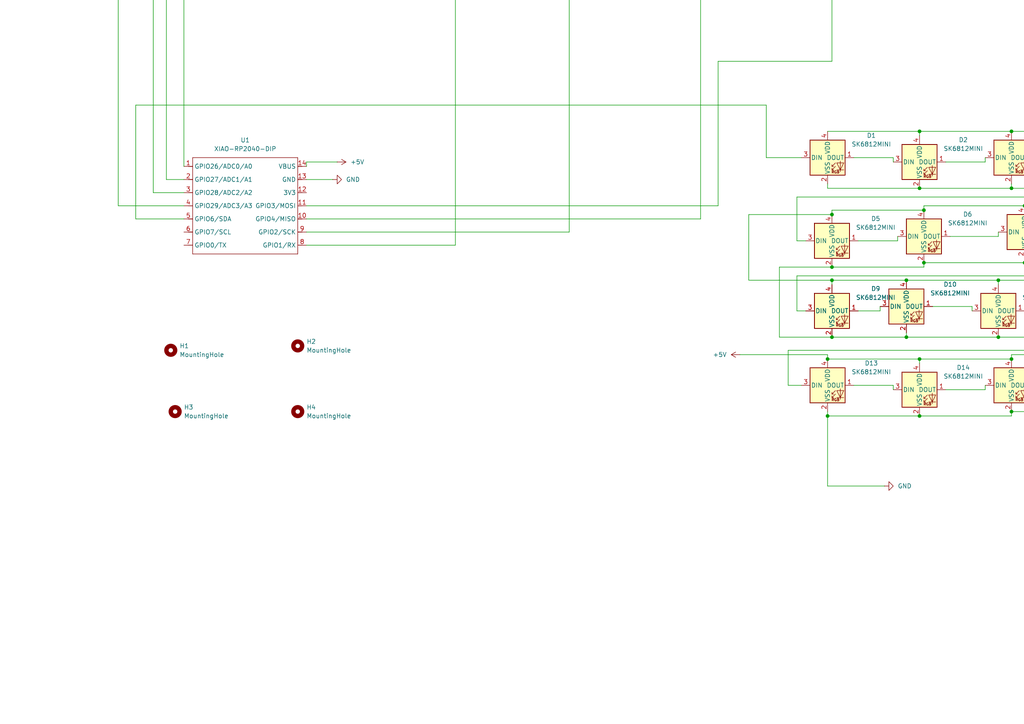
<source format=kicad_sch>
(kicad_sch (version 20250114) (generator "eeschema") (generator_version "9.0")
  (paper "A4")
  (lib_symbols
    (symbol "Diode:1N4148" (pin_numbers (hide yes)) (pin_names (hide yes))
      (property "Reference" "D" (at 0 2.54 0))
      (property "Value" "1N4148" (at 0 -2.54 0))
      (symbol "1N4148_0_1"
        (polyline (pts (xy -1.27 1.27) (xy -1.27 -1.27)) (stroke (width 0.254)))
        (polyline (pts (xy 1.27 1.27) (xy 1.27 -1.27) (xy -1.27 0) (xy 1.27 1.27)) (stroke (width 0.254)))
        (polyline (pts (xy 1.27 0) (xy -1.27 0)))
      )
      (symbol "1N4148_1_1"
        (pin passive line (at -3.81 0 0) (length 2.54) (name "K") (number "1"))
        (pin passive line (at 3.81 0 180) (length 2.54) (name "A") (number "2"))
      )
    )
    (symbol "LED:SK6812MINI" (pin_names (offset 0.254))
      (property "Reference" "D" (at 5.08 5.715 0))
      (property "Value" "SK6812MINI" (at 1.27 -5.715 0))
      (symbol "SK6812MINI_0_0"
        (text "RGB" (at 2.286 -4.191 0) (effects (font (size 0.762 0.762))))
      )
      (symbol "SK6812MINI_0_1"
        (polyline (pts (xy 1.27 -2.54) (xy 1.778 -2.54)))
        (polyline (pts (xy 1.27 -3.556) (xy 1.778 -3.556)))
        (polyline (pts (xy 2.286 -1.524) (xy 1.27 -2.54) (xy 1.27 -2.032)))
        (polyline (pts (xy 2.286 -2.54) (xy 1.27 -3.556) (xy 1.27 -3.048)))
        (polyline (pts (xy 3.683 -1.016) (xy 3.683 -3.556) (xy 3.683 -4.064)))
        (polyline (pts (xy 4.699 -1.524) (xy 2.667 -1.524) (xy 3.683 -3.556) (xy 4.699 -1.524)))
        (polyline (pts (xy 4.699 -3.556) (xy 2.667 -3.556)))
        (rectangle (start 5.08 5.08) (end -5.08 -5.08) (stroke (width 0.254)) (fill (type background)))
      )
      (symbol "SK6812MINI_1_1"
        (pin input line (at -7.62 0 0) (length 2.54) (name "DIN") (number "3"))
        (pin power_in line (at 0 7.62 270) (length 2.54) (name "VDD") (number "4"))
        (pin power_in line (at 0 -7.62 90) (length 2.54) (name "VSS") (number "2"))
        (pin output line (at 7.62 0 180) (length 2.54) (name "DOUT") (number "1"))
      )
    )
    (symbol "Mechanical:MountingHole" (pin_names (offset 1.016)) (in_bom no)
      (property "Reference" "H" (at 0 5.08 0))
      (property "Value" "MountingHole" (at 0 3.175 0))
      (symbol "MountingHole_0_1"
        (circle (center 0 0) (radius 1.27) (stroke (width 1.27)))
      )
    )
    (symbol "Seeed_Studio_XIAO_Series:XIAO-RP2040-DIP"
      (property "Reference" "U" (at 0 0 0))
      (property "Value" "XIAO-RP2040-DIP" (at 5.334 -1.778 0))
      (symbol "XIAO-RP2040-DIP_1_0"
        (polyline (pts (xy -1.27 -2.54) (xy 29.21 -2.54)) (stroke (width 0.1524)))
        (polyline (pts (xy -1.27 -5.08) (xy -2.54 -5.08)) (stroke (width 0.1524)))
        (polyline (pts (xy -1.27 -5.08) (xy -1.27 -2.54)) (stroke (width 0.1524)))
        (polyline (pts (xy -1.27 -8.89) (xy -2.54 -8.89)) (stroke (width 0.1524)))
        (polyline (pts (xy -1.27 -8.89) (xy -1.27 -5.08)) (stroke (width 0.1524)))
        (polyline (pts (xy -1.27 -12.7) (xy -2.54 -12.7)) (stroke (width 0.1524)))
        (polyline (pts (xy -1.27 -12.7) (xy -1.27 -8.89)) (stroke (width 0.1524)))
        (polyline (pts (xy -1.27 -16.51) (xy -2.54 -16.51)) (stroke (width 0.1524)))
        (polyline (pts (xy -1.27 -16.51) (xy -1.27 -12.7)) (stroke (width 0.1524)))
        (polyline (pts (xy -1.27 -20.32) (xy -2.54 -20.32)) (stroke (width 0.1524)))
        (polyline (pts (xy -1.27 -24.13) (xy -2.54 -24.13)) (stroke (width 0.1524)))
        (polyline (pts (xy -1.27 -27.94) (xy -2.54 -27.94)) (stroke (width 0.1524)))
        (polyline (pts (xy -1.27 -30.48) (xy -1.27 -16.51)) (stroke (width 0.1524)))
        (polyline (pts (xy 29.21 -2.54) (xy 29.21 -5.08)) (stroke (width 0.1524)))
        (polyline (pts (xy 29.21 -5.08) (xy 29.21 -8.89)) (stroke (width 0.1524)))
        (polyline (pts (xy 29.21 -8.89) (xy 29.21 -12.7)) (stroke (width 0.1524)))
        (polyline (pts (xy 29.21 -12.7) (xy 29.21 -30.48)) (stroke (width 0.1524)))
        (polyline (pts (xy 29.21 -30.48) (xy -1.27 -30.48)) (stroke (width 0.1524)))
        (polyline (pts (xy 30.48 -5.08) (xy 29.21 -5.08)) (stroke (width 0.1524)))
        (polyline (pts (xy 30.48 -8.89) (xy 29.21 -8.89)) (stroke (width 0.1524)))
        (polyline (pts (xy 30.48 -12.7) (xy 29.21 -12.7)) (stroke (width 0.1524)))
        (polyline (pts (xy 30.48 -16.51) (xy 29.21 -16.51)) (stroke (width 0.1524)))
        (polyline (pts (xy 30.48 -20.32) (xy 29.21 -20.32)) (stroke (width 0.1524)))
        (polyline (pts (xy 30.48 -24.13) (xy 29.21 -24.13)) (stroke (width 0.1524)))
        (polyline (pts (xy 30.48 -27.94) (xy 29.21 -27.94)) (stroke (width 0.1524)))
        (pin passive line (at -3.81 -5.08 0) (length 2.54) (name "GPIO26/ADC0/A0") (number "1"))
        (pin passive line (at -3.81 -8.89 0) (length 2.54) (name "GPIO27/ADC1/A1") (number "2"))
        (pin passive line (at -3.81 -12.7 0) (length 2.54) (name "GPIO28/ADC2/A2") (number "3"))
        (pin passive line (at -3.81 -16.51 0) (length 2.54) (name "GPIO29/ADC3/A3") (number "4"))
        (pin passive line (at -3.81 -20.32 0) (length 2.54) (name "GPIO6/SDA") (number "5"))
        (pin passive line (at -3.81 -24.13 0) (length 2.54) (name "GPIO7/SCL") (number "6"))
        (pin passive line (at -3.81 -27.94 0) (length 2.54) (name "GPIO0/TX") (number "7"))
        (pin passive line (at 31.75 -5.08 180) (length 2.54) (name "VBUS") (number "14"))
        (pin passive line (at 31.75 -8.89 180) (length 2.54) (name "GND") (number "13"))
        (pin passive line (at 31.75 -12.7 180) (length 2.54) (name "3V3") (number "12"))
        (pin passive line (at 31.75 -16.51 180) (length 2.54) (name "GPIO3/MOSI") (number "11"))
        (pin passive line (at 31.75 -20.32 180) (length 2.54) (name "GPIO4/MISO") (number "10"))
        (pin passive line (at 31.75 -24.13 180) (length 2.54) (name "GPIO2/SCK") (number "9"))
        (pin passive line (at 31.75 -27.94 180) (length 2.54) (name "GPIO1/RX") (number "8"))
      )
    )
    (symbol "Switch:SW_Push" (pin_numbers (hide yes)) (pin_names (offset 1.016) (hide yes))
      (property "Reference" "SW" (at 1.27 2.54 0))
      (property "Value" "SW_Push" (at 0 -1.524 0))
      (symbol "SW_Push_0_1"
        (circle (center -2.032 0) (radius 0.508))
        (polyline (pts (xy 0 1.27) (xy 0 3.048)))
        (circle (center 2.032 0) (radius 0.508))
        (polyline (pts (xy 2.54 1.27) (xy -2.54 1.27)))
        (pin passive line (at -5.08 0 0) (length 2.54) (name "1") (number "1"))
        (pin passive line (at 5.08 0 180) (length 2.54) (name "2") (number "2"))
      )
    )
    (symbol "power:+5V" (power) (pin_numbers (hide yes)) (pin_names (offset 0) (hide yes))
      (property "Value" "+5V" (at 0 3.556 0))
      (symbol "+5V_0_1"
        (polyline (pts (xy -0.762 1.27) (xy 0 2.54)))
        (polyline (pts (xy 0 2.54) (xy 0.762 1.27)))
        (polyline (pts (xy 0 0) (xy 0 2.54)))
      )
      (symbol "+5V_1_1"
        (pin power_in line (at 0 0 90) (length 0) (name "~") (number "1"))
      )
    )
    (symbol "power:GND" (power) (pin_numbers (hide yes)) (pin_names (offset 0) (hide yes))
      (property "Value" "GND" (at 0 -3.81 0))
      (symbol "GND_0_1"
        (polyline (pts (xy 0 0) (xy 0 -1.27) (xy 1.27 -1.27) (xy 0 -2.54) (xy -1.27 -1.27) (xy 0 -1.27)))
      )
      (symbol "GND_1_1"
        (pin power_in line (at 0 0 270) (length 0) (name "~") (number "1"))
      )
    )
  )
  (junction (at 262.89 81.28))
  (junction (at 203.2 -53.34))
  (junction (at 139.7 -64.77))
  (junction (at 266.7 38.1))
  (junction (at 326.39 54.61))
  (junction (at 139.7 -50.8))
  (junction (at 241.3 97.79))
  (junction (at 240.03 120.65))
  (junction (at 179.07 -82.55))
  (junction (at 171.45 -50.8))
  (junction (at 266.7 120.65))
  (junction (at 173.99 -64.77))
  (junction (at 323.85 76.2))
  (junction (at 241.3 -35.56))
  (junction (at 203.2 -21.59))
  (junction (at 293.37 104.14))
  (junction (at 267.97 60.96))
  (junction (at 105.41 -30.48))
  (junction (at 143.51 -82.55))
  (junction (at 267.97 76.2))
  (junction (at 106.68 -64.77))
  (junction (at 109.22 -82.55))
  (junction (at 132.08 -39.37))
  (junction (at 323.85 59.69))
  (junction (at 132.08 -20.32))
  (junction (at 139.7 -30.48))
  (junction (at 320.04 118.11))
  (junction (at 289.56 97.79))
  (junction (at 266.7 54.61))
  (junction (at 105.41 -50.8))
  (junction (at 165.1 -21.59))
  (junction (at 316.23 81.28))
  (junction (at 240.03 104.14))
  (junction (at 289.56 81.28))
  (junction (at 326.39 38.1))
  (junction (at 262.89 97.79))
  (junction (at 241.3 -19.05))
  (junction (at 293.37 119.38))
  (junction (at 241.3 -54.61))
  (junction (at 297.18 76.2))
  (junction (at 165.1 -52.07))
  (junction (at 297.18 59.69))
  (junction (at 266.7 104.14))
  (junction (at 316.23 97.79))
  (junction (at 241.3 81.28))
  (junction (at 241.3 77.47))
  (junction (at 132.08 -53.34))
  (junction (at 320.04 102.87))
  (junction (at 241.3 62.23))
  (junction (at 293.37 54.61))
  (junction (at 171.45 -30.48))
  (junction (at 165.1 -38.1))
  (junction (at 293.37 38.1))
  (junction (at 203.2 -36.83))
  (wire (pts (xy 203.2 -68.58) (xy 203.2 -53.34)))
  (wire (pts (xy 143.51 -82.55) (xy 179.07 -82.55)))
  (wire (pts (xy 293.37 104.14) (xy 293.37 102.87)))
  (wire (pts (xy 34.29 59.69) (xy 53.34 59.69)))
  (wire (pts (xy 39.37 63.5) (xy 53.34 63.5)))
  (wire (pts (xy 231.14 69.85) (xy 233.68 69.85)))
  (wire (pts (xy 34.29 -30.48) (xy 34.29 59.69)))
  (wire (pts (xy 157.48 -52.07) (xy 165.1 -52.07)))
  (wire (pts (xy 234.95 -19.05) (xy 241.3 -19.05)))
  (wire (pts (xy 289.56 82.55) (xy 289.56 81.28)))
  (wire (pts (xy 173.99 -53.34) (xy 173.99 -64.77)))
  (wire (pts (xy 109.22 -82.55) (xy 109.22 -69.85)))
  (wire (pts (xy 267.97 76.2) (xy 297.18 76.2)))
  (wire (pts (xy 189.23 -36.83) (xy 203.2 -36.83)))
  (wire (pts (xy 342.9 102.87) (xy 342.9 81.28)))
  (wire (pts (xy 361.95 38.1) (xy 326.39 38.1)))
  (wire (pts (xy 323.85 88.9) (xy 331.47 88.9)))
  (wire (pts (xy 222.25 -64.77) (xy 222.25 -54.61)))
  (wire (pts (xy 293.37 120.65) (xy 266.7 120.65)))
  (wire (pts (xy 123.19 -39.37) (xy 132.08 -39.37)))
  (wire (pts (xy 165.1 -71.12) (xy 165.1 -52.07)))
  (wire (pts (xy 304.8 67.31) (xy 316.23 67.31)))
  (wire (pts (xy 289.56 81.28) (xy 262.89 81.28)))
  (wire (pts (xy 240.03 38.1) (xy 266.7 38.1)))
  (wire (pts (xy 262.89 97.79) (xy 289.56 97.79)))
  (wire (pts (xy 312.42 111.76) (xy 312.42 110.49)))
  (wire (pts (xy 132.08 -20.32) (xy 132.08 71.12)))
  (wire (pts (xy 240.03 53.34) (xy 240.03 54.61)))
  (wire (pts (xy 88.9 71.12) (xy 132.08 71.12)))
  (wire (pts (xy 241.3 60.96) (xy 267.97 60.96)))
  (wire (pts (xy 331.47 88.9) (xy 331.47 101.6)))
  (wire (pts (xy 361.95 59.69) (xy 361.95 38.1)))
  (wire (pts (xy 241.3 62.23) (xy 241.3 60.96)))
  (wire (pts (xy 267.97 77.47) (xy 241.3 77.47)))
  (wire (pts (xy 203.2 -36.83) (xy 203.2 -21.59)))
  (wire (pts (xy 262.89 81.28) (xy 241.3 81.28)))
  (wire (pts (xy 285.75 46.99) (xy 285.75 45.72)))
  (wire (pts (xy 281.94 88.9) (xy 281.94 90.17)))
  (wire (pts (xy 347.98 118.11) (xy 320.04 118.11)))
  (wire (pts (xy 267.97 59.69) (xy 297.18 59.69)))
  (wire (pts (xy 132.08 -69.85) (xy 132.08 -53.34)))
  (wire (pts (xy 297.18 59.69) (xy 323.85 59.69)))
  (wire (pts (xy 293.37 54.61) (xy 293.37 53.34)))
  (wire (pts (xy 53.34 48.26) (xy 53.34 -82.55)))
  (wire (pts (xy 255.27 90.17) (xy 255.27 88.9)))
  (wire (pts (xy 228.6 111.76) (xy 232.41 111.76)))
  (wire (pts (xy 106.68 -64.77) (xy 139.7 -64.77)))
  (wire (pts (xy 266.7 54.61) (xy 293.37 54.61)))
  (wire (pts (xy 189.23 -21.59) (xy 203.2 -21.59)))
  (wire (pts (xy 124.46 -53.34) (xy 132.08 -53.34)))
  (wire (pts (xy 297.18 74.93) (xy 297.18 76.2)))
  (wire (pts (xy 171.45 -50.8) (xy 171.45 -36.83)))
  (wire (pts (xy 39.37 30.48) (xy 39.37 63.5)))
  (wire (pts (xy 266.7 104.14) (xy 240.03 104.14)))
  (wire (pts (xy 241.3 -35.56) (xy 241.3 -19.05)))
  (wire (pts (xy 300.99 111.76) (xy 312.42 111.76)))
  (wire (pts (xy 316.23 67.31) (xy 316.23 68.58)))
  (wire (pts (xy 39.37 30.48) (xy 222.25 30.48)))
  (wire (pts (xy 203.2 -21.59) (xy 203.2 63.5)))
  (wire (pts (xy 208.28 59.69) (xy 88.9 59.69)))
  (wire (pts (xy 293.37 102.87) (xy 320.04 102.87)))
  (wire (pts (xy 88.9 46.99) (xy 88.9 48.26)))
  (wire (pts (xy 231.14 90.17) (xy 233.68 90.17)))
  (wire (pts (xy 326.39 54.61) (xy 359.41 54.61)))
  (wire (pts (xy 247.65 45.72) (xy 259.08 45.72)))
  (wire (pts (xy 334.01 45.72) (xy 334.01 57.15)))
  (wire (pts (xy 266.7 120.65) (xy 240.03 120.65)))
  (wire (pts (xy 247.65 111.76) (xy 259.08 111.76)))
  (wire (pts (xy 275.59 68.58) (xy 289.56 68.58)))
  (wire (pts (xy 226.06 97.79) (xy 241.3 97.79)))
  (wire (pts (xy 171.45 -50.8) (xy 218.44 -50.8)))
  (wire (pts (xy 260.35 69.85) (xy 260.35 68.58)))
  (wire (pts (xy 105.41 -50.8) (xy 139.7 -50.8)))
  (wire (pts (xy 320.04 102.87) (xy 342.9 102.87)))
  (wire (pts (xy 240.03 120.65) (xy 240.03 140.97)))
  (wire (pts (xy 226.06 77.47) (xy 226.06 97.79)))
  (wire (pts (xy 334.01 57.15) (xy 231.14 57.15)))
  (wire (pts (xy 300.99 45.72) (xy 318.77 45.72)))
  (wire (pts (xy 44.45 55.88) (xy 44.45 -50.8)))
  (wire (pts (xy 48.26 -64.77) (xy 48.26 52.07)))
  (wire (pts (xy 266.7 105.41) (xy 266.7 104.14)))
  (wire (pts (xy 267.97 60.96) (xy 267.97 59.69)))
  (wire (pts (xy 231.14 57.15) (xy 231.14 69.85)))
  (wire (pts (xy 231.14 80.01) (xy 231.14 90.17)))
  (wire (pts (xy 316.23 81.28) (xy 289.56 81.28)))
  (wire (pts (xy 240.03 140.97) (xy 256.54 140.97)))
  (wire (pts (xy 48.26 52.07) (xy 53.34 52.07)))
  (wire (pts (xy 109.22 -82.55) (xy 143.51 -82.55)))
  (wire (pts (xy 53.34 -82.55) (xy 109.22 -82.55)))
  (wire (pts (xy 105.41 -30.48) (xy 139.7 -30.48)))
  (wire (pts (xy 259.08 45.72) (xy 259.08 46.99)))
  (wire (pts (xy 274.32 113.03) (xy 285.75 113.03)))
  (wire (pts (xy 236.22 -35.56) (xy 241.3 -35.56)))
  (wire (pts (xy 293.37 119.38) (xy 293.37 120.65)))
  (wire (pts (xy 359.41 76.2) (xy 323.85 76.2)))
  (wire (pts (xy 171.45 -30.48) (xy 171.45 -21.59)))
  (wire (pts (xy 326.39 54.61) (xy 326.39 53.34)))
  (wire (pts (xy 267.97 76.2) (xy 267.97 77.47)))
  (wire (pts (xy 262.89 97.79) (xy 262.89 96.52)))
  (wire (pts (xy 241.3 -69.85) (xy 241.3 -54.61)))
  (wire (pts (xy 339.09 80.01) (xy 231.14 80.01)))
  (wire (pts (xy 165.1 -21.59) (xy 165.1 67.31)))
  (wire (pts (xy 132.08 -53.34) (xy 132.08 -39.37)))
  (wire (pts (xy 88.9 63.5) (xy 203.2 63.5)))
  (wire (pts (xy 88.9 52.07) (xy 96.52 52.07)))
  (wire (pts (xy 289.56 97.79) (xy 316.23 97.79)))
  (wire (pts (xy 132.08 -39.37) (xy 132.08 -20.32)))
  (wire (pts (xy 139.7 -50.8) (xy 139.7 -38.1)))
  (wire (pts (xy 266.7 38.1) (xy 266.7 39.37)))
  (wire (pts (xy 240.03 54.61) (xy 266.7 54.61)))
  (wire (pts (xy 293.37 54.61) (xy 326.39 54.61)))
  (wire (pts (xy 316.23 97.79) (xy 347.98 97.79)))
  (wire (pts (xy 165.1 -52.07) (xy 165.1 -38.1)))
  (wire (pts (xy 297.18 90.17) (xy 308.61 90.17)))
  (wire (pts (xy 316.23 97.79) (xy 316.23 96.52)))
  (wire (pts (xy 179.07 -82.55) (xy 179.07 -68.58)))
  (wire (pts (xy 241.3 77.47) (xy 226.06 77.47)))
  (wire (pts (xy 97.79 46.99) (xy 88.9 46.99)))
  (wire (pts (xy 248.92 90.17) (xy 255.27 90.17)))
  (wire (pts (xy 191.77 -53.34) (xy 203.2 -53.34)))
  (wire (pts (xy 241.3 -19.05) (xy 241.3 17.78)))
  (wire (pts (xy 240.03 102.87) (xy 240.03 104.14)))
  (wire (pts (xy 127 -69.85) (xy 132.08 -69.85)))
  (wire (pts (xy 157.48 -21.59) (xy 165.1 -21.59)))
  (wire (pts (xy 179.07 -82.55) (xy 223.52 -82.55)))
  (wire (pts (xy 171.45 -30.48) (xy 217.17 -30.48)))
  (wire (pts (xy 157.48 -38.1) (xy 165.1 -38.1)))
  (wire (pts (xy 214.63 102.87) (xy 240.03 102.87)))
  (wire (pts (xy 139.7 -30.48) (xy 139.7 -21.59)))
  (wire (pts (xy 270.51 88.9) (xy 281.94 88.9)))
  (wire (pts (xy 105.41 -50.8) (xy 105.41 -39.37)))
  (wire (pts (xy 274.32 46.99) (xy 285.75 46.99)))
  (wire (pts (xy 308.61 90.17) (xy 308.61 88.9)))
  (wire (pts (xy 347.98 97.79) (xy 347.98 118.11)))
  (wire (pts (xy 266.7 104.14) (xy 293.37 104.14)))
  (wire (pts (xy 222.25 30.48) (xy 222.25 45.72)))
  (wire (pts (xy 53.34 55.88) (xy 44.45 55.88)))
  (wire (pts (xy 342.9 81.28) (xy 316.23 81.28)))
  (wire (pts (xy 240.03 -54.61) (xy 241.3 -54.61)))
  (wire (pts (xy 208.28 17.78) (xy 208.28 59.69)))
  (wire (pts (xy 331.47 101.6) (xy 228.6 101.6)))
  (wire (pts (xy 228.6 101.6) (xy 228.6 111.76)))
  (wire (pts (xy 218.44 -50.8) (xy 218.44 -35.56)))
  (wire (pts (xy 289.56 68.58) (xy 289.56 67.31)))
  (wire (pts (xy 293.37 38.1) (xy 326.39 38.1)))
  (wire (pts (xy 44.45 -50.8) (xy 105.41 -50.8)))
  (wire (pts (xy 241.3 17.78) (xy 208.28 17.78)))
  (wire (pts (xy 259.08 111.76) (xy 259.08 113.03)))
  (wire (pts (xy 293.37 38.1) (xy 266.7 38.1)))
  (wire (pts (xy 240.03 120.65) (xy 240.03 119.38)))
  (wire (pts (xy 297.18 76.2) (xy 323.85 76.2)))
  (wire (pts (xy 241.3 81.28) (xy 217.17 81.28)))
  (wire (pts (xy 139.7 -30.48) (xy 171.45 -30.48)))
  (wire (pts (xy 359.41 54.61) (xy 359.41 76.2)))
  (wire (pts (xy 173.99 -64.77) (xy 222.25 -64.77)))
  (wire (pts (xy 88.9 67.31) (xy 165.1 67.31)))
  (wire (pts (xy 34.29 -30.48) (xy 105.41 -30.48)))
  (wire (pts (xy 48.26 -64.77) (xy 106.68 -64.77)))
  (wire (pts (xy 105.41 -30.48) (xy 105.41 -20.32)))
  (wire (pts (xy 139.7 -50.8) (xy 171.45 -50.8)))
  (wire (pts (xy 223.52 -82.55) (xy 223.52 -69.85)))
  (wire (pts (xy 331.47 68.58) (xy 339.09 68.58)))
  (wire (pts (xy 106.68 -64.77) (xy 106.68 -53.34)))
  (wire (pts (xy 165.1 -38.1) (xy 165.1 -21.59)))
  (wire (pts (xy 217.17 81.28) (xy 217.17 62.23)))
  (wire (pts (xy 161.29 -71.12) (xy 165.1 -71.12)))
  (wire (pts (xy 248.92 69.85) (xy 260.35 69.85)))
  (wire (pts (xy 203.2 -53.34) (xy 203.2 -36.83)))
  (wire (pts (xy 241.3 97.79) (xy 262.89 97.79)))
  (wire (pts (xy 339.09 68.58) (xy 339.09 80.01)))
  (wire (pts (xy 320.04 118.11) (xy 320.04 119.38)))
  (wire (pts (xy 123.19 -20.32) (xy 132.08 -20.32)))
  (wire (pts (xy 241.3 -54.61) (xy 241.3 -35.56)))
  (wire (pts (xy 139.7 -64.77) (xy 173.99 -64.77)))
  (wire (pts (xy 139.7 -64.77) (xy 139.7 -52.07)))
  (wire (pts (xy 320.04 119.38) (xy 293.37 119.38)))
  (wire (pts (xy 143.51 -82.55) (xy 143.51 -71.12)))
  (wire (pts (xy 241.3 81.28) (xy 241.3 82.55)))
  (wire (pts (xy 323.85 59.69) (xy 323.85 60.96)))
  (wire (pts (xy 196.85 -68.58) (xy 203.2 -68.58)))
  (wire (pts (xy 323.85 59.69) (xy 361.95 59.69)))
  (wire (pts (xy 217.17 62.23) (xy 241.3 62.23)))
  (wire (pts (xy 222.25 45.72) (xy 232.41 45.72)))
  (wire (pts (xy 285.75 113.03) (xy 285.75 111.76)))
  (wire (pts (xy 217.17 -30.48) (xy 217.17 -19.05)))
  (symbol (lib_id "LED:SK6812MINI") (at 297.18 67.31 0) (unit 1)
    (property "Reference" "D7" (at 309.88 60.8898 0))
    (property "Value" "SK6812MINI" (at 309.88 63.4298 0))
    (property "Footprint" "SK6812-MINI LED:SK6812-MINI-E" (effects (hide yes)))
    (property "Datasheet" "https://cdn-shop.adafruit.com/product-files/2686/SK6812MINI_REV.01-1-2.pdf" (effects (hide yes)))
    (property "Description" "RGB LED with integrated controller" (effects (hide yes)))
  )
  (symbol (lib_id "Mechanical:MountingHole") (at 86.36 100.33 0) (unit 1) (in_bom no)
    (property "Reference" "H2" (at 88.9 99.0599 0) (effects (justify left)))
    (property "Value" "MountingHole" (at 88.9 101.5999 0) (effects (justify left)))
    (property "Footprint" "MountingHole:MountingHole_3.5mm" (effects (hide yes)))
    (property "Description" "Mounting Hole without connection" (effects (hide yes)))
  )
  (symbol (lib_id "Diode:1N4148") (at 157.48 -71.12 180) (unit 1)
    (property "Reference" "D31" (at 157.48 -64.77 0))
    (property "Value" "1N4148" (at 157.48 -67.31 0))
    (property "Footprint" "Diode_THT:D_DO-35_SOD27_P7.62mm_Horizontal" (effects (hide yes)))
    (property "Datasheet" "https://assets.nexperia.com/documents/data-sheet/1N4148_1N4448.pdf" (effects (hide yes)))
    (property "Description" "100V 0.15A standard switching diode, DO-35" (effects (hide yes)))
    (property "Sim.Device" "D" (effects (hide yes)))
    (property "Sim.Pins" "1=K 2=A" (effects (hide yes)))
  )
  (symbol (lib_id "Switch:SW_Push") (at 179.07 -53.34 0) (unit 1)
    (property "Reference" "SW7" (at 179.07 -60.96 0))
    (property "Value" "SW_Push" (at 179.07 -58.42 0))
    (property "Footprint" "Button_Switch_Keyboard:SW_Cherry_MX_1.00u_PCB" (effects (hide yes)))
    (property "Description" "Push button switch, generic, two pins" (effects (hide yes)))
  )
  (symbol (lib_id "LED:SK6812MINI") (at 289.56 90.17 0) (unit 1)
    (property "Reference" "D11" (at 302.26 83.7498 0))
    (property "Value" "SK6812MINI" (at 302.26 86.2898 0))
    (property "Footprint" "SK6812-MINI LED:SK6812-MINI-E" (effects (hide yes)))
    (property "Datasheet" "https://cdn-shop.adafruit.com/product-files/2686/SK6812MINI_REV.01-1-2.pdf" (effects (hide yes)))
    (property "Description" "RGB LED with integrated controller" (effects (hide yes)))
  )
  (symbol (lib_id "Switch:SW_Push") (at 148.59 -71.12 0) (unit 1)
    (property "Reference" "SW2" (at 148.59 -78.74 0))
    (property "Value" "SW_Push" (at 148.59 -76.2 0))
    (property "Footprint" "Button_Switch_Keyboard:SW_Cherry_MX_1.00u_PCB" (effects (hide yes)))
    (property "Description" "Push button switch, generic, two pins" (effects (hide yes)))
  )
  (symbol (lib_id "Switch:SW_Push") (at 176.53 -36.83 0) (unit 1)
    (property "Reference" "SW11" (at 176.53 -44.45 0))
    (property "Value" "SW_Push" (at 176.53 -41.91 0))
    (property "Footprint" "Button_Switch_Keyboard:SW_Cherry_MX_1.00u_PCB" (effects (hide yes)))
    (property "Description" "Push button switch, generic, two pins" (effects (hide yes)))
  )
  (symbol (lib_id "Diode:1N4148") (at 123.19 -69.85 180) (unit 1)
    (property "Reference" "D32" (at 123.19 -63.5 0))
    (property "Value" "1N4148" (at 123.19 -66.04 0))
    (property "Footprint" "Diode_THT:D_DO-35_SOD27_P7.62mm_Horizontal" (effects (hide yes)))
    (property "Datasheet" "https://assets.nexperia.com/documents/data-sheet/1N4148_1N4448.pdf" (effects (hide yes)))
    (property "Description" "100V 0.15A standard switching diode, DO-35" (effects (hide yes)))
    (property "Sim.Device" "D" (effects (hide yes)))
    (property "Sim.Pins" "1=K 2=A" (effects (hide yes)))
  )
  (symbol (lib_id "Diode:1N4148") (at 232.41 -35.56 180) (unit 1)
    (property "Reference" "D21" (at 232.41 -29.21 0))
    (property "Value" "1N4148" (at 232.41 -31.75 0))
    (property "Footprint" "Diode_THT:D_DO-35_SOD27_P7.62mm_Horizontal" (effects (hide yes)))
    (property "Datasheet" "https://assets.nexperia.com/documents/data-sheet/1N4148_1N4448.pdf" (effects (hide yes)))
    (property "Description" "100V 0.15A standard switching diode, DO-35" (effects (hide yes)))
    (property "Sim.Device" "D" (effects (hide yes)))
    (property "Sim.Pins" "1=K 2=A" (effects (hide yes)))
  )
  (symbol (lib_id "LED:SK6812MINI") (at 320.04 110.49 0) (unit 1)
    (property "Reference" "D16" (at 332.74 104.0698 0))
    (property "Value" "SK6812MINI" (at 332.74 106.6098 0))
    (property "Footprint" "SK6812-MINI LED:SK6812-MINI-E" (effects (hide yes)))
    (property "Datasheet" "https://cdn-shop.adafruit.com/product-files/2686/SK6812MINI_REV.01-1-2.pdf" (effects (hide yes)))
    (property "Description" "RGB LED with integrated controller" (effects (hide yes)))
  )
  (symbol (lib_id "LED:SK6812MINI") (at 323.85 68.58 0) (unit 1)
    (property "Reference" "D8" (at 336.55 62.1598 0))
    (property "Value" "SK6812MINI" (at 336.55 64.6998 0))
    (property "Footprint" "SK6812-MINI LED:SK6812-MINI-E" (effects (hide yes)))
    (property "Datasheet" "https://cdn-shop.adafruit.com/product-files/2686/SK6812MINI_REV.01-1-2.pdf" (effects (hide yes)))
    (property "Description" "RGB LED with integrated controller" (effects (hide yes)))
  )
  (symbol (lib_id "LED:SK6812MINI") (at 240.03 111.76 0) (unit 1)
    (property "Reference" "D13" (at 252.73 105.3398 0))
    (property "Value" "SK6812MINI" (at 252.73 107.8798 0))
    (property "Footprint" "SK6812-MINI LED:SK6812-MINI-E" (effects (hide yes)))
    (property "Datasheet" "https://cdn-shop.adafruit.com/product-files/2686/SK6812MINI_REV.01-1-2.pdf" (effects (hide yes)))
    (property "Description" "RGB LED with integrated controller" (effects (hide yes)))
  )
  (symbol (lib_id "Diode:1N4148") (at 185.42 -36.83 180) (unit 1)
    (property "Reference" "D22" (at 185.42 -30.48 0))
    (property "Value" "1N4148" (at 185.42 -33.02 0))
    (property "Footprint" "Diode_THT:D_DO-35_SOD27_P7.62mm_Horizontal" (effects (hide yes)))
    (property "Datasheet" "https://assets.nexperia.com/documents/data-sheet/1N4148_1N4448.pdf" (effects (hide yes)))
    (property "Description" "100V 0.15A standard switching diode, DO-35" (effects (hide yes)))
    (property "Sim.Device" "D" (effects (hide yes)))
    (property "Sim.Pins" "1=K 2=A" (effects (hide yes)))
  )
  (symbol (lib_id "Diode:1N4148") (at 153.67 -52.07 180) (unit 1)
    (property "Reference" "D27" (at 153.67 -45.72 0))
    (property "Value" "1N4148" (at 153.67 -48.26 0))
    (property "Footprint" "Diode_THT:D_DO-35_SOD27_P7.62mm_Horizontal" (effects (hide yes)))
    (property "Datasheet" "https://assets.nexperia.com/documents/data-sheet/1N4148_1N4448.pdf" (effects (hide yes)))
    (property "Description" "100V 0.15A standard switching diode, DO-35" (effects (hide yes)))
    (property "Sim.Device" "D" (effects (hide yes)))
    (property "Sim.Pins" "1=K 2=A" (effects (hide yes)))
  )
  (symbol (lib_id "Diode:1N4148") (at 185.42 -21.59 180) (unit 1)
    (property "Reference" "D18" (at 185.42 -15.24 0))
    (property "Value" "1N4148" (at 185.42 -17.78 0))
    (property "Footprint" "Diode_THT:D_DO-35_SOD27_P7.62mm_Horizontal" (effects (hide yes)))
    (property "Datasheet" "https://assets.nexperia.com/documents/data-sheet/1N4148_1N4448.pdf" (effects (hide yes)))
    (property "Description" "100V 0.15A standard switching diode, DO-35" (effects (hide yes)))
    (property "Sim.Device" "D" (effects (hide yes)))
    (property "Sim.Pins" "1=K 2=A" (effects (hide yes)))
  )
  (symbol (lib_id "power:+5V") (at 214.63 102.87 90) (unit 1)
    (property "Reference" "#PWR04" (effects (hide yes)))
    (property "Value" "+5V" (at 210.82 102.8699 90) (effects (justify left)))
    (property "Description" "Power symbol creates a global label with name \"+5V\"" (effects (hide yes)))
  )
  (symbol (lib_id "Diode:1N4148") (at 119.38 -39.37 180) (unit 1)
    (property "Reference" "D24" (at 119.38 -33.02 0))
    (property "Value" "1N4148" (at 119.38 -35.56 0))
    (property "Footprint" "Diode_THT:D_DO-35_SOD27_P7.62mm_Horizontal" (effects (hide yes)))
    (property "Datasheet" "https://assets.nexperia.com/documents/data-sheet/1N4148_1N4448.pdf" (effects (hide yes)))
    (property "Description" "100V 0.15A standard switching diode, DO-35" (effects (hide yes)))
    (property "Sim.Device" "D" (effects (hide yes)))
    (property "Sim.Pins" "1=K 2=A" (effects (hide yes)))
  )
  (symbol (lib_id "Diode:1N4148") (at 236.22 -54.61 180) (unit 1)
    (property "Reference" "D25" (at 236.22 -48.26 0))
    (property "Value" "1N4148" (at 236.22 -50.8 0))
    (property "Footprint" "Diode_THT:D_DO-35_SOD27_P7.62mm_Horizontal" (effects (hide yes)))
    (property "Datasheet" "https://assets.nexperia.com/documents/data-sheet/1N4148_1N4448.pdf" (effects (hide yes)))
    (property "Description" "100V 0.15A standard switching diode, DO-35" (effects (hide yes)))
    (property "Sim.Device" "D" (effects (hide yes)))
    (property "Sim.Pins" "1=K 2=A" (effects (hide yes)))
  )
  (symbol (lib_id "Diode:1N4148") (at 153.67 -21.59 180) (unit 1)
    (property "Reference" "D19" (at 153.67 -15.24 0))
    (property "Value" "1N4148" (at 153.67 -17.78 0))
    (property "Footprint" "Diode_THT:D_DO-35_SOD27_P7.62mm_Horizontal" (effects (hide yes)))
    (property "Datasheet" "https://assets.nexperia.com/documents/data-sheet/1N4148_1N4448.pdf" (effects (hide yes)))
    (property "Description" "100V 0.15A standard switching diode, DO-35" (effects (hide yes)))
    (property "Sim.Device" "D" (effects (hide yes)))
    (property "Sim.Pins" "1=K 2=A" (effects (hide yes)))
  )
  (symbol (lib_id "Diode:1N4148") (at 231.14 -19.05 180) (unit 1)
    (property "Reference" "D17" (at 231.14 -12.7 0))
    (property "Value" "1N4148" (at 231.14 -15.24 0))
    (property "Footprint" "Diode_THT:D_DO-35_SOD27_P7.62mm_Horizontal" (effects (hide yes)))
    (property "Datasheet" "https://assets.nexperia.com/documents/data-sheet/1N4148_1N4448.pdf" (effects (hide yes)))
    (property "Description" "100V 0.15A standard switching diode, DO-35" (effects (hide yes)))
    (property "Sim.Device" "D" (effects (hide yes)))
    (property "Sim.Pins" "1=K 2=A" (effects (hide yes)))
  )
  (symbol (lib_id "Switch:SW_Push") (at 110.49 -20.32 0) (unit 1)
    (property "Reference" "SW13" (at 110.49 -27.94 0))
    (property "Value" "SW_Push" (at 110.49 -25.4 0))
    (property "Footprint" "Button_Switch_Keyboard:SW_Cherry_MX_1.00u_PCB" (effects (hide yes)))
    (property "Description" "Push button switch, generic, two pins" (effects (hide yes)))
  )
  (symbol (lib_id "power:GND") (at 256.54 140.97 90) (unit 1)
    (property "Reference" "#PWR03" (effects (hide yes)))
    (property "Value" "GND" (at 260.35 140.9699 90) (effects (justify right)))
    (property "Description" "Power symbol creates a global label with name \"GND\" , ground" (effects (hide yes)))
  )
  (symbol (lib_id "Switch:SW_Push") (at 111.76 -53.34 0) (unit 1)
    (property "Reference" "SW5" (at 111.76 -60.96 0))
    (property "Value" "SW_Push" (at 111.76 -58.42 0))
    (property "Footprint" "Button_Switch_Keyboard:SW_Cherry_MX_1.00u_PCB" (effects (hide yes)))
    (property "Description" "Push button switch, generic, two pins" (effects (hide yes)))
  )
  (symbol (lib_id "Mechanical:MountingHole") (at 49.53 101.6 0) (unit 1) (in_bom no)
    (property "Reference" "H1" (at 52.07 100.3299 0) (effects (justify left)))
    (property "Value" "MountingHole" (at 52.07 102.8699 0) (effects (justify left)))
    (property "Footprint" "MountingHole:MountingHole_3.5mm" (effects (hide yes)))
    (property "Description" "Mounting Hole without connection" (effects (hide yes)))
  )
  (symbol (lib_id "Diode:1N4148") (at 153.67 -38.1 180) (unit 1)
    (property "Reference" "D23" (at 153.67 -31.75 0))
    (property "Value" "1N4148" (at 153.67 -34.29 0))
    (property "Footprint" "Diode_THT:D_DO-35_SOD27_P7.62mm_Horizontal" (effects (hide yes)))
    (property "Datasheet" "https://assets.nexperia.com/documents/data-sheet/1N4148_1N4448.pdf" (effects (hide yes)))
    (property "Description" "100V 0.15A standard switching diode, DO-35" (effects (hide yes)))
    (property "Sim.Device" "D" (effects (hide yes)))
    (property "Sim.Pins" "1=K 2=A" (effects (hide yes)))
  )
  (symbol (lib_id "Diode:1N4148") (at 120.65 -53.34 180) (unit 1)
    (property "Reference" "D28" (at 120.65 -46.99 0))
    (property "Value" "1N4148" (at 120.65 -49.53 0))
    (property "Footprint" "Diode_THT:D_DO-35_SOD27_P7.62mm_Horizontal" (effects (hide yes)))
    (property "Datasheet" "https://assets.nexperia.com/documents/data-sheet/1N4148_1N4448.pdf" (effects (hide yes)))
    (property "Description" "100V 0.15A standard switching diode, DO-35" (effects (hide yes)))
    (property "Sim.Device" "D" (effects (hide yes)))
    (property "Sim.Pins" "1=K 2=A" (effects (hide yes)))
  )
  (symbol (lib_id "power:+5V") (at 97.79 46.99 270) (unit 1)
    (property "Reference" "#PWR02" (effects (hide yes)))
    (property "Value" "+5V" (at 101.6 46.9899 90) (effects (justify left)))
    (property "Description" "Power symbol creates a global label with name \"+5V\"" (effects (hide yes)))
  )
  (symbol (lib_id "Switch:SW_Push") (at 184.15 -68.58 0) (unit 1)
    (property "Reference" "SW3" (at 184.15 -76.2 0))
    (property "Value" "SW_Push" (at 184.15 -73.66 0))
    (property "Footprint" "Button_Switch_Keyboard:SW_Cherry_MX_1.00u_PCB" (effects (hide yes)))
    (property "Description" "Push button switch, generic, two pins" (effects (hide yes)))
  )
  (symbol (lib_id "Diode:1N4148") (at 237.49 -69.85 180) (unit 1)
    (property "Reference" "D29" (at 237.49 -63.5 0))
    (property "Value" "1N4148" (at 237.49 -66.04 0))
    (property "Footprint" "Diode_THT:D_DO-35_SOD27_P7.62mm_Horizontal" (effects (hide yes)))
    (property "Datasheet" "https://assets.nexperia.com/documents/data-sheet/1N4148_1N4448.pdf" (effects (hide yes)))
    (property "Description" "100V 0.15A standard switching diode, DO-35" (effects (hide yes)))
    (property "Sim.Device" "D" (effects (hide yes)))
    (property "Sim.Pins" "1=K 2=A" (effects (hide yes)))
  )
  (symbol (lib_id "LED:SK6812MINI") (at 293.37 45.72 0) (unit 1)
    (property "Reference" "D3" (at 306.07 39.2998 0))
    (property "Value" "SK6812MINI" (at 306.07 41.8398 0))
    (property "Footprint" "SK6812-MINI LED:SK6812-MINI-E" (effects (hide yes)))
    (property "Datasheet" "https://cdn-shop.adafruit.com/product-files/2686/SK6812MINI_REV.01-1-2.pdf" (effects (hide yes)))
    (property "Description" "RGB LED with integrated controller" (effects (hide yes)))
  )
  (symbol (lib_id "Switch:SW_Push") (at 222.25 -19.05 0) (unit 1)
    (property "Reference" "SW16" (at 222.25 -26.67 0))
    (property "Value" "SW_Push" (at 222.25 -24.13 0))
    (property "Footprint" "Button_Switch_Keyboard:SW_Cherry_MX_1.00u_PCB" (effects (hide yes)))
    (property "Description" "Push button switch, generic, two pins" (effects (hide yes)))
  )
  (symbol (lib_id "Diode:1N4148") (at 119.38 -20.32 180) (unit 1)
    (property "Reference" "D20" (at 119.38 -13.97 0))
    (property "Value" "1N4148" (at 119.38 -16.51 0))
    (property "Footprint" "Diode_THT:D_DO-35_SOD27_P7.62mm_Horizontal" (effects (hide yes)))
    (property "Datasheet" "https://assets.nexperia.com/documents/data-sheet/1N4148_1N4448.pdf" (effects (hide yes)))
    (property "Description" "100V 0.15A standard switching diode, DO-35" (effects (hide yes)))
    (property "Sim.Device" "D" (effects (hide yes)))
    (property "Sim.Pins" "1=K 2=A" (effects (hide yes)))
  )
  (symbol (lib_id "Diode:1N4148") (at 193.04 -68.58 180) (unit 1)
    (property "Reference" "D30" (at 193.04 -62.23 0))
    (property "Value" "1N4148" (at 193.04 -64.77 0))
    (property "Footprint" "Diode_THT:D_DO-35_SOD27_P7.62mm_Horizontal" (effects (hide yes)))
    (property "Datasheet" "https://assets.nexperia.com/documents/data-sheet/1N4148_1N4448.pdf" (effects (hide yes)))
    (property "Description" "100V 0.15A standard switching diode, DO-35" (effects (hide yes)))
    (property "Sim.Device" "D" (effects (hide yes)))
    (property "Sim.Pins" "1=K 2=A" (effects (hide yes)))
  )
  (symbol (lib_id "LED:SK6812MINI") (at 240.03 45.72 0) (unit 1)
    (property "Reference" "D1" (at 252.73 39.2998 0))
    (property "Value" "SK6812MINI" (at 252.73 41.8398 0))
    (property "Footprint" "SK6812-MINI LED:SK6812-MINI-E" (effects (hide yes)))
    (property "Datasheet" "https://cdn-shop.adafruit.com/product-files/2686/SK6812MINI_REV.01-1-2.pdf" (effects (hide yes)))
    (property "Description" "RGB LED with integrated controller" (effects (hide yes)))
  )
  (symbol (lib_id "Switch:SW_Push") (at 144.78 -21.59 0) (unit 1)
    (property "Reference" "SW14" (at 144.78 -29.21 0))
    (property "Value" "SW_Push" (at 144.78 -26.67 0))
    (property "Footprint" "Button_Switch_Keyboard:SW_Cherry_MX_1.00u_PCB" (effects (hide yes)))
    (property "Description" "Push button switch, generic, two pins" (effects (hide yes)))
  )
  (symbol (lib_id "LED:SK6812MINI") (at 241.3 69.85 0) (unit 1)
    (property "Reference" "D5" (at 254 63.4298 0))
    (property "Value" "SK6812MINI" (at 254 65.9698 0))
    (property "Footprint" "SK6812-MINI LED:SK6812-MINI-E" (effects (hide yes)))
    (property "Datasheet" "https://cdn-shop.adafruit.com/product-files/2686/SK6812MINI_REV.01-1-2.pdf" (effects (hide yes)))
    (property "Description" "RGB LED with integrated controller" (effects (hide yes)))
  )
  (symbol (lib_id "LED:SK6812MINI") (at 267.97 68.58 0) (unit 1)
    (property "Reference" "D6" (at 280.67 62.1598 0))
    (property "Value" "SK6812MINI" (at 280.67 64.6998 0))
    (property "Footprint" "SK6812-MINI LED:SK6812-MINI-E" (effects (hide yes)))
    (property "Datasheet" "https://cdn-shop.adafruit.com/product-files/2686/SK6812MINI_REV.01-1-2.pdf" (effects (hide yes)))
    (property "Description" "RGB LED with integrated controller" (effects (hide yes)))
  )
  (symbol (lib_id "Switch:SW_Push") (at 223.52 -35.56 0) (unit 1)
    (property "Reference" "SW12" (at 223.52 -43.18 0))
    (property "Value" "SW_Push" (at 223.52 -40.64 0))
    (property "Footprint" "Button_Switch_Keyboard:SW_Cherry_MX_1.00u_PCB" (effects (hide yes)))
    (property "Description" "Push button switch, generic, two pins" (effects (hide yes)))
  )
  (symbol (lib_id "Mechanical:MountingHole") (at 86.36 119.38 0) (unit 1) (in_bom no)
    (property "Reference" "H4" (at 88.9 118.1099 0) (effects (justify left)))
    (property "Value" "MountingHole" (at 88.9 120.6499 0) (effects (justify left)))
    (property "Footprint" "MountingHole:MountingHole_3.5mm" (effects (hide yes)))
    (property "Description" "Mounting Hole without connection" (effects (hide yes)))
  )
  (symbol (lib_id "Switch:SW_Push") (at 144.78 -38.1 0) (unit 1)
    (property "Reference" "SW10" (at 144.78 -45.72 0))
    (property "Value" "SW_Push" (at 144.78 -43.18 0))
    (property "Footprint" "Button_Switch_Keyboard:SW_Cherry_MX_1.00u_PCB" (effects (hide yes)))
    (property "Description" "Push button switch, generic, two pins" (effects (hide yes)))
  )
  (symbol (lib_id "Switch:SW_Push") (at 228.6 -69.85 0) (unit 1)
    (property "Reference" "SW4" (at 228.6 -77.47 0))
    (property "Value" "SW_Push" (at 228.6 -74.93 0))
    (property "Footprint" "Button_Switch_Keyboard:SW_Cherry_MX_1.00u_PCB" (effects (hide yes)))
    (property "Description" "Push button switch, generic, two pins" (effects (hide yes)))
  )
  (symbol (lib_id "Diode:1N4148") (at 187.96 -53.34 180) (unit 1)
    (property "Reference" "D26" (at 187.96 -46.99 0))
    (property "Value" "1N4148" (at 187.96 -49.53 0))
    (property "Footprint" "Diode_THT:D_DO-35_SOD27_P7.62mm_Horizontal" (effects (hide yes)))
    (property "Datasheet" "https://assets.nexperia.com/documents/data-sheet/1N4148_1N4448.pdf" (effects (hide yes)))
    (property "Description" "100V 0.15A standard switching diode, DO-35" (effects (hide yes)))
    (property "Sim.Device" "D" (effects (hide yes)))
    (property "Sim.Pins" "1=K 2=A" (effects (hide yes)))
  )
  (symbol (lib_id "power:GND") (at 96.52 52.07 90) (unit 1)
    (property "Reference" "#PWR01" (effects (hide yes)))
    (property "Value" "GND" (at 100.33 52.0699 90) (effects (justify right)))
    (property "Description" "Power symbol creates a global label with name \"GND\" , ground" (effects (hide yes)))
  )
  (symbol (lib_id "Mechanical:MountingHole") (at 50.8 119.38 0) (unit 1) (in_bom no)
    (property "Reference" "H3" (at 53.34 118.1099 0) (effects (justify left)))
    (property "Value" "MountingHole" (at 53.34 120.6499 0) (effects (justify left)))
    (property "Footprint" "MountingHole:MountingHole_3.5mm" (effects (hide yes)))
    (property "Description" "Mounting Hole without connection" (effects (hide yes)))
  )
  (symbol (lib_id "Switch:SW_Push") (at 114.3 -69.85 0) (unit 1)
    (property "Reference" "SW1" (at 114.3 -77.47 0))
    (property "Value" "SW_Push" (at 114.3 -74.93 0))
    (property "Footprint" "Button_Switch_Keyboard:SW_Cherry_MX_1.00u_PCB" (effects (hide yes)))
    (property "Description" "Push button switch, generic, two pins" (effects (hide yes)))
  )
  (symbol (lib_id "LED:SK6812MINI") (at 262.89 88.9 0) (unit 1)
    (property "Reference" "D10" (at 275.59 82.4798 0))
    (property "Value" "SK6812MINI" (at 275.59 85.0198 0))
    (property "Footprint" "SK6812-MINI LED:SK6812-MINI-E" (effects (hide yes)))
    (property "Datasheet" "https://cdn-shop.adafruit.com/product-files/2686/SK6812MINI_REV.01-1-2.pdf" (effects (hide yes)))
    (property "Description" "RGB LED with integrated controller" (effects (hide yes)))
  )
  (symbol (lib_id "Switch:SW_Push") (at 110.49 -39.37 0) (unit 1)
    (property "Reference" "SW9" (at 110.49 -46.99 0))
    (property "Value" "SW_Push" (at 110.49 -44.45 0))
    (property "Footprint" "Button_Switch_Keyboard:SW_Cherry_MX_1.00u_PCB" (effects (hide yes)))
    (property "Description" "Push button switch, generic, two pins" (effects (hide yes)))
  )
  (symbol (lib_id "Switch:SW_Push") (at 144.78 -52.07 0) (unit 1)
    (property "Reference" "SW6" (at 144.78 -59.69 0))
    (property "Value" "SW_Push" (at 144.78 -57.15 0))
    (property "Footprint" "Button_Switch_Keyboard:SW_Cherry_MX_1.00u_PCB" (effects (hide yes)))
    (property "Description" "Push button switch, generic, two pins" (effects (hide yes)))
  )
  (symbol (lib_id "Switch:SW_Push") (at 176.53 -21.59 0) (unit 1)
    (property "Reference" "SW15" (at 176.53 -29.21 0))
    (property "Value" "SW_Push" (at 176.53 -26.67 0))
    (property "Footprint" "Button_Switch_Keyboard:SW_Cherry_MX_1.00u_PCB" (effects (hide yes)))
    (property "Description" "Push button switch, generic, two pins" (effects (hide yes)))
  )
  (symbol (lib_id "LED:SK6812MINI") (at 266.7 46.99 0) (unit 1)
    (property "Reference" "D2" (at 279.4 40.5698 0))
    (property "Value" "SK6812MINI" (at 279.4 43.1098 0))
    (property "Footprint" "SK6812-MINI LED:SK6812-MINI-E" (effects (hide yes)))
    (property "Datasheet" "https://cdn-shop.adafruit.com/product-files/2686/SK6812MINI_REV.01-1-2.pdf" (effects (hide yes)))
    (property "Description" "RGB LED with integrated controller" (effects (hide yes)))
  )
  (symbol (lib_id "LED:SK6812MINI") (at 326.39 45.72 0) (unit 1)
    (property "Reference" "D4" (at 339.09 39.2998 0))
    (property "Value" "SK6812MINI" (at 339.09 41.8398 0))
    (property "Footprint" "SK6812-MINI LED:SK6812-MINI-E" (effects (hide yes)))
    (property "Datasheet" "https://cdn-shop.adafruit.com/product-files/2686/SK6812MINI_REV.01-1-2.pdf" (effects (hide yes)))
    (property "Description" "RGB LED with integrated controller" (effects (hide yes)))
  )
  (symbol (lib_id "LED:SK6812MINI") (at 266.7 113.03 0) (unit 1)
    (property "Reference" "D14" (at 279.4 106.6098 0))
    (property "Value" "SK6812MINI" (at 279.4 109.1498 0))
    (property "Footprint" "SK6812-MINI LED:SK6812-MINI-E" (effects (hide yes)))
    (property "Datasheet" "https://cdn-shop.adafruit.com/product-files/2686/SK6812MINI_REV.01-1-2.pdf" (effects (hide yes)))
    (property "Description" "RGB LED with integrated controller" (effects (hide yes)))
  )
  (symbol (lib_id "Seeed_Studio_XIAO_Series:XIAO-RP2040-DIP") (at 57.15 43.18 0) (unit 1)
    (property "Reference" "U1" (at 71.12 40.64 0))
    (property "Value" "XIAO-RP2040-DIP" (at 71.12 43.18 0))
    (property "Footprint" "Seeed Studio XIAO Series Library:XIAO-RP2040-DIP" (effects (hide yes)))
  )
  (symbol (lib_id "LED:SK6812MINI") (at 316.23 88.9 0) (unit 1)
    (property "Reference" "D12" (at 328.93 82.4798 0))
    (property "Value" "SK6812MINI" (at 328.93 85.0198 0))
    (property "Footprint" "SK6812-MINI LED:SK6812-MINI-E" (effects (hide yes)))
    (property "Datasheet" "https://cdn-shop.adafruit.com/product-files/2686/SK6812MINI_REV.01-1-2.pdf" (effects (hide yes)))
    (property "Description" "RGB LED with integrated controller" (effects (hide yes)))
  )
  (symbol (lib_id "LED:SK6812MINI") (at 293.37 111.76 0) (unit 1)
    (property "Reference" "D15" (at 306.07 105.3398 0))
    (property "Value" "SK6812MINI" (at 306.07 107.8798 0))
    (property "Footprint" "SK6812-MINI LED:SK6812-MINI-E" (effects (hide yes)))
    (property "Datasheet" "https://cdn-shop.adafruit.com/product-files/2686/SK6812MINI_REV.01-1-2.pdf" (effects (hide yes)))
    (property "Description" "RGB LED with integrated controller" (effects (hide yes)))
  )
  (symbol (lib_id "LED:SK6812MINI") (at 241.3 90.17 0) (unit 1)
    (property "Reference" "D9" (at 254 83.7498 0))
    (property "Value" "SK6812MINI" (at 254 86.2898 0))
    (property "Footprint" "SK6812-MINI LED:SK6812-MINI-E" (effects (hide yes)))
    (property "Datasheet" "https://cdn-shop.adafruit.com/product-files/2686/SK6812MINI_REV.01-1-2.pdf" (effects (hide yes)))
    (property "Description" "RGB LED with integrated controller" (effects (hide yes)))
  )
  (symbol (lib_id "Switch:SW_Push") (at 227.33 -54.61 0) (unit 1)
    (property "Reference" "SW8" (at 227.33 -62.23 0))
    (property "Value" "SW_Push" (at 227.33 -59.69 0))
    (property "Footprint" "Button_Switch_Keyboard:SW_Cherry_MX_1.00u_PCB" (effects (hide yes)))
    (property "Description" "Push button switch, generic, two pins" (effects (hide yes)))
  )
)
</source>
